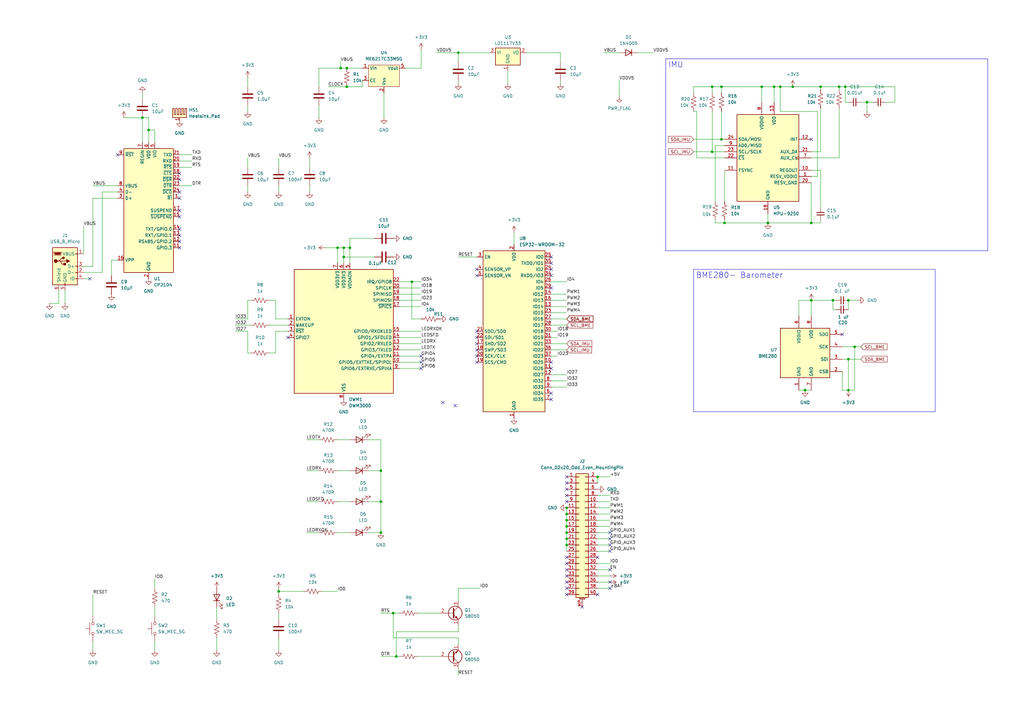
<source format=kicad_sch>
(kicad_sch (version 20250114) (generator "eeschema") (generator_version "9.0")
  (paper "A3")
  (lib_symbols
    (symbol "Connector:USB_B_Micro" (pin_names (offset 1.016))
      (property "Reference" "J" (at -5.08 11.43 0))
      (property "Value" "USB_B_Micro" (at -5.08 8.89 0))
      (symbol "USB_B_Micro_1_1"
        (pin passive line (at -2.54 -10.16 90) (length 2.54) (name "Shield") (number "6"))
        (pin power_out line (at 0 -10.16 90) (length 2.54) (name "GND") (number "5"))
        (pin power_out line (at 7.62 5.08 180) (length 2.54) (name "VBUS") (number "1"))
        (pin bidirectional line (at 7.62 0 180) (length 2.54) (name "D+") (number "3"))
        (pin bidirectional line (at 7.62 -2.54 180) (length 2.54) (name "D-") (number "2"))
        (pin passive line (at 7.62 -5.08 180) (length 2.54) (name "ID") (number "4"))
      )
    )
    (symbol "Connector_Generic_MountingPin:Conn_02x20_Odd_Even_MountingPin" (pin_names (offset 1.016) (hide yes))
      (property "Reference" "J" (at 1.27 25.4 0))
      (property "Value" "Conn_02x20_Odd_Even_MountingPin" (at 2.54 -27.94 0))
      (symbol "Conn_02x20_Odd_Even_MountingPin_1_1"
        (text "Mounting" (at 1.27 -27.051 0) (effects (font (size 0.381 0.381))))
        (pin passive line (at -5.08 22.86 0) (length 3.81) (name "Pin_1") (number "1"))
        (pin passive line (at -5.08 20.32 0) (length 3.81) (name "Pin_3") (number "3"))
        (pin passive line (at -5.08 17.78 0) (length 3.81) (name "Pin_5") (number "5"))
        (pin passive line (at -5.08 15.24 0) (length 3.81) (name "Pin_7") (number "7"))
        (pin passive line (at -5.08 12.7 0) (length 3.81) (name "Pin_9") (number "9"))
        (pin passive line (at -5.08 10.16 0) (length 3.81) (name "Pin_11") (number "11"))
        (pin passive line (at -5.08 7.62 0) (length 3.81) (name "Pin_13") (number "13"))
        (pin passive line (at -5.08 5.08 0) (length 3.81) (name "Pin_15") (number "15"))
        (pin passive line (at -5.08 2.54 0) (length 3.81) (name "Pin_17") (number "17"))
        (pin passive line (at -5.08 0 0) (length 3.81) (name "Pin_19") (number "19"))
        (pin passive line (at -5.08 -2.54 0) (length 3.81) (name "Pin_21") (number "21"))
        (pin passive line (at -5.08 -5.08 0) (length 3.81) (name "Pin_23") (number "23"))
        (pin passive line (at -5.08 -7.62 0) (length 3.81) (name "Pin_25") (number "25"))
        (pin passive line (at -5.08 -10.16 0) (length 3.81) (name "Pin_27") (number "27"))
        (pin passive line (at -5.08 -12.7 0) (length 3.81) (name "Pin_29") (number "29"))
        (pin passive line (at -5.08 -15.24 0) (length 3.81) (name "Pin_31") (number "31"))
        (pin passive line (at -5.08 -17.78 0) (length 3.81) (name "Pin_33") (number "33"))
        (pin passive line (at -5.08 -20.32 0) (length 3.81) (name "Pin_35") (number "35"))
        (pin passive line (at -5.08 -22.86 0) (length 3.81) (name "Pin_37") (number "37"))
        (pin passive line (at -5.08 -25.4 0) (length 3.81) (name "Pin_39") (number "39"))
        (pin passive line (at 1.27 -30.48 90) (length 3.048) (name "MountPin") (number "MP"))
        (pin passive line (at 7.62 22.86 180) (length 3.81) (name "Pin_2") (number "2"))
        (pin passive line (at 7.62 20.32 180) (length 3.81) (name "Pin_4") (number "4"))
        (pin passive line (at 7.62 17.78 180) (length 3.81) (name "Pin_6") (number "6"))
        (pin passive line (at 7.62 15.24 180) (length 3.81) (name "Pin_8") (number "8"))
        (pin passive line (at 7.62 12.7 180) (length 3.81) (name "Pin_10") (number "10"))
        (pin passive line (at 7.62 10.16 180) (length 3.81) (name "Pin_12") (number "12"))
        (pin passive line (at 7.62 7.62 180) (length 3.81) (name "Pin_14") (number "14"))
        (pin passive line (at 7.62 5.08 180) (length 3.81) (name "Pin_16") (number "16"))
        (pin passive line (at 7.62 2.54 180) (length 3.81) (name "Pin_18") (number "18"))
        (pin passive line (at 7.62 0 180) (length 3.81) (name "Pin_20") (number "20"))
        (pin passive line (at 7.62 -2.54 180) (length 3.81) (name "Pin_22") (number "22"))
        (pin passive line (at 7.62 -5.08 180) (length 3.81) (name "Pin_24") (number "24"))
        (pin passive line (at 7.62 -7.62 180) (length 3.81) (name "Pin_26") (number "26"))
        (pin passive line (at 7.62 -10.16 180) (length 3.81) (name "Pin_28") (number "28"))
        (pin passive line (at 7.62 -12.7 180) (length 3.81) (name "Pin_30") (number "30"))
        (pin passive line (at 7.62 -15.24 180) (length 3.81) (name "Pin_32") (number "32"))
        (pin passive line (at 7.62 -17.78 180) (length 3.81) (name "Pin_34") (number "34"))
        (pin passive line (at 7.62 -20.32 180) (length 3.81) (name "Pin_36") (number "36"))
        (pin passive line (at 7.62 -22.86 180) (length 3.81) (name "Pin_38") (number "38"))
        (pin passive line (at 7.62 -25.4 180) (length 3.81) (name "Pin_40") (number "40"))
      )
    )
    (symbol "Device:C" (pin_numbers (hide yes)) (pin_names (offset 0.254))
      (property "Reference" "C" (at 0.635 2.54 0))
      (property "Value" "C" (at 0.635 -2.54 0))
      (symbol "C_1_1"
        (pin passive line (at 0 3.81 270) (length 2.794) (name "~") (number "1"))
        (pin passive line (at 0 -3.81 90) (length 2.794) (name "~") (number "2"))
      )
    )
    (symbol "Device:C_Small" (pin_numbers (hide yes)) (pin_names (offset 0.254) (hide yes))
      (property "Reference" "C" (at 0.254 1.778 0))
      (property "Value" "C_Small" (at 0.254 -2.032 0))
      (symbol "C_Small_1_1"
        (pin passive line (at 0 2.54 270) (length 2.032) (name "~") (number "1"))
        (pin passive line (at 0 -2.54 90) (length 2.032) (name "~") (number "2"))
      )
    )
    (symbol "Device:LED" (pin_numbers (hide yes)) (pin_names (offset 1.016) (hide yes))
      (property "Reference" "D" (at 0 2.54 0))
      (property "Value" "LED" (at 0 -2.54 0))
      (symbol "LED_1_1"
        (pin passive line (at -3.81 0 0) (length 2.54) (name "K") (number "1"))
        (pin passive line (at 3.81 0 180) (length 2.54) (name "A") (number "2"))
      )
    )
    (symbol "Device:R_US" (pin_numbers (hide yes)) (pin_names (offset 0))
      (property "Reference" "R" (at 2.54 0 90))
      (property "Value" "R_US" (at -2.54 0 90))
      (symbol "R_US_1_1"
        (pin passive line (at 0 3.81 270) (length 1.27) (name "~") (number "1"))
        (pin passive line (at 0 -3.81 90) (length 1.27) (name "~") (number "2"))
      )
    )
    (symbol "Diode:1N4005" (pin_numbers (hide yes)) (pin_names (hide yes))
      (property "Reference" "D" (at 0 2.54 0))
      (property "Value" "1N4005" (at 0 -2.54 0))
      (symbol "1N4005_1_1"
        (pin passive line (at -3.81 0 0) (length 2.54) (name "K") (number "1"))
        (pin passive line (at 3.81 0 180) (length 2.54) (name "A") (number "2"))
      )
    )
    (symbol "Interface_USB:CP2104"
      (property "Reference" "U" (at -5.08 28.575 0))
      (property "Value" "CP2104" (at -5.08 26.67 0))
      (symbol "CP2104_1_1"
        (pin bidirectional line (at -12.7 22.86 0) (length 2.54) (name "~{RST}") (number "9"))
        (pin input line (at -12.7 10.16 0) (length 2.54) (name "VBUS") (number "8"))
        (pin bidirectional line (at -12.7 7.62 0) (length 2.54) (name "D-") (number "4"))
        (pin bidirectional line (at -12.7 5.08 0) (length 2.54) (name "D+") (number "3"))
        (pin passive line (at -12.7 -20.32 0) (length 2.54) (name "VPP") (number "16"))
        (pin power_in line (at -2.54 27.94 270) (length 2.54) (name "REGIN") (number "7"))
        (pin power_in line (at 0 27.94 270) (length 2.54) (name "VDD") (number "6"))
        (pin power_in line (at 0 -27.94 90) (length 2.54) (name "GND") (number "2"))
        (pin passive line (at 0 -27.94 90) (length 2.54) (hide yes) (name "GND") (number "25"))
        (pin power_in line (at 2.54 27.94 270) (length 2.54) (name "VIO") (number "5"))
        (pin no_connect line (at 10.16 -20.32 180) (length 2.54) (hide yes) (name "NC") (number "10"))
        (pin output line (at 12.7 22.86 180) (length 2.54) (name "TXD") (number "21"))
        (pin input line (at 12.7 20.32 180) (length 2.54) (name "RXD") (number "20"))
        (pin output line (at 12.7 17.78 180) (length 2.54) (name "~{RTS}") (number "19"))
        (pin input line (at 12.7 15.24 180) (length 2.54) (name "~{CTS}") (number "18"))
        (pin input line (at 12.7 12.7 180) (length 2.54) (name "~{DSR}") (number "22"))
        (pin output line (at 12.7 10.16 180) (length 2.54) (name "~{DTR}") (number "23"))
        (pin input line (at 12.7 7.62 180) (length 2.54) (name "~{DCD}") (number "24"))
        (pin input line (at 12.7 5.08 180) (length 2.54) (name "~{RI}") (number "1"))
        (pin output line (at 12.7 0 180) (length 2.54) (name "SUSPEND") (number "17"))
        (pin output line (at 12.7 -2.54 180) (length 2.54) (name "~{SUSPEND}") (number "15"))
        (pin bidirectional line (at 12.7 -7.62 180) (length 2.54) (name "TXT/GPIO.0") (number "14"))
        (pin bidirectional line (at 12.7 -10.16 180) (length 2.54) (name "RXT/GPIO.1") (number "13"))
        (pin bidirectional line (at 12.7 -12.7 180) (length 2.54) (name "RS485/GPIO.2") (number "12"))
        (pin bidirectional line (at 12.7 -15.24 180) (length 2.54) (name "GPIO.3") (number "11"))
      )
    )
    (symbol "Mechanical:Heatsink_Pad" (pin_names (offset 0))
      (property "Reference" "HS" (at 0 5.715 0))
      (property "Value" "Heatsink_Pad" (at 0 3.81 0))
      (symbol "Heatsink_Pad_1_1"
        (pin passive line (at 0 -2.54 90) (length 1.27) (name "~") (number "1"))
      )
    )
    (symbol "RF_Module:DWM3000"
      (property "Reference" "DWM" (at 7.62 25.4 0))
      (property "Value" "DWM3000" (at 1.27 3.81 0))
      (symbol "DWM3000_1_1"
        (pin output line (at -22.86 5.08 0) (length 2.54) (name "EXTON") (number "1"))
        (pin bidirectional line (at -22.86 2.54 0) (length 2.54) (name "WAKEUP") (number "2"))
        (pin bidirectional line (at -22.86 0 0) (length 2.54) (name "~{RST}") (number "3"))
        (pin bidirectional line (at -22.86 -2.54 0) (length 2.54) (name "GPIO7") (number "4"))
        (pin power_in line (at -2.54 27.94 270) (length 2.54) (name "VDD3V3") (number "7"))
        (pin power_in line (at 0 27.94 270) (length 2.54) (name "VDD3V3") (number "6"))
        (pin passive line (at 0 -27.94 90) (length 2.54) (hide yes) (name "VSS") (number "16"))
        (pin passive line (at 0 -27.94 90) (length 2.54) (hide yes) (name "VSS") (number "21"))
        (pin passive line (at 0 -27.94 90) (length 2.54) (hide yes) (name "VSS") (number "23"))
        (pin passive line (at 0 -27.94 90) (length 2.54) (hide yes) (name "VSS") (number "24"))
        (pin power_in line (at 0 -27.94 90) (length 2.54) (name "VSS") (number "8"))
        (pin power_in line (at 2.54 27.94 270) (length 2.54) (name "VDDAON") (number "5"))
        (pin bidirectional line (at 22.86 20.32 180) (length 2.54) (name "IRQ/GPIO8") (number "22"))
        (pin input line (at 22.86 17.78 180) (length 2.54) (name "SPICLK") (number "20"))
        (pin output line (at 22.86 15.24 180) (length 2.54) (name "SPIMISO") (number "19"))
        (pin input line (at 22.86 12.7 180) (length 2.54) (name "SPIMOSI") (number "18"))
        (pin input line (at 22.86 10.16 180) (length 2.54) (name "~{SPICS}") (number "17"))
        (pin bidirectional line (at 22.86 0 180) (length 2.54) (name "GPIO0/RXOKLED") (number "15"))
        (pin bidirectional line (at 22.86 -2.54 180) (length 2.54) (name "GPIO1/SFDLED") (number "14"))
        (pin bidirectional line (at 22.86 -5.08 180) (length 2.54) (name "GPIO2/RXLED") (number "13"))
        (pin bidirectional line (at 22.86 -7.62 180) (length 2.54) (name "GPIO3/TXLED") (number "12"))
        (pin bidirectional line (at 22.86 -10.16 180) (length 2.54) (name "GPIO4/EXTPA") (number "11"))
        (pin bidirectional line (at 22.86 -12.7 180) (length 2.54) (name "GPIO5/EXTTXE/SPIPOL") (number "10"))
        (pin bidirectional line (at 22.86 -15.24 180) (length 2.54) (name "GPIO6/EXTRXE/SPIHA") (number "9"))
      )
    )
    (symbol "RF_Module:ESP32-WROOM-32"
      (property "Reference" "U" (at -12.7 34.29 0))
      (property "Value" "ESP32-WROOM-32" (at 1.27 34.29 0))
      (symbol "ESP32-WROOM-32_1_1"
        (pin input line (at -15.24 30.48 0) (length 2.54) (name "EN") (number "3"))
        (pin input line (at -15.24 25.4 0) (length 2.54) (name "SENSOR_VP") (number "4"))
        (pin input line (at -15.24 22.86 0) (length 2.54) (name "SENSOR_VN") (number "5"))
        (pin bidirectional line (at -15.24 0 0) (length 2.54) (name "SDO/SD0") (number "21"))
        (pin bidirectional line (at -15.24 -2.54 0) (length 2.54) (name "SDI/SD1") (number "22"))
        (pin bidirectional line (at -15.24 -5.08 0) (length 2.54) (name "SHD/SD2") (number "17"))
        (pin bidirectional line (at -15.24 -7.62 0) (length 2.54) (name "SWP/SD3") (number "18"))
        (pin bidirectional line (at -15.24 -10.16 0) (length 2.54) (name "SCK/CLK") (number "20"))
        (pin bidirectional line (at -15.24 -12.7 0) (length 2.54) (name "SCS/CMD") (number "19"))
        (pin no_connect line (at -12.7 -27.94 0) (length 2.54) (hide yes) (name "NC") (number "32"))
        (pin power_in line (at 0 35.56 270) (length 2.54) (name "VDD") (number "2"))
        (pin power_in line (at 0 -35.56 90) (length 2.54) (name "GND") (number "1"))
        (pin passive line (at 0 -35.56 90) (length 2.54) (hide yes) (name "GND") (number "15"))
        (pin passive line (at 0 -35.56 90) (length 2.54) (hide yes) (name "GND") (number "38"))
        (pin passive line (at 0 -35.56 90) (length 2.54) (hide yes) (name "GND") (number "39"))
        (pin bidirectional line (at 15.24 30.48 180) (length 2.54) (name "IO0") (number "25"))
        (pin bidirectional line (at 15.24 27.94 180) (length 2.54) (name "TXD0/IO1") (number "35"))
        (pin bidirectional line (at 15.24 25.4 180) (length 2.54) (name "IO2") (number "24"))
        (pin bidirectional line (at 15.24 22.86 180) (length 2.54) (name "RXD0/IO3") (number "34"))
        (pin bidirectional line (at 15.24 20.32 180) (length 2.54) (name "IO4") (number "26"))
        (pin bidirectional line (at 15.24 17.78 180) (length 2.54) (name "IO5") (number "29"))
        (pin bidirectional line (at 15.24 15.24 180) (length 2.54) (name "IO12") (number "14"))
        (pin bidirectional line (at 15.24 12.7 180) (length 2.54) (name "IO13") (number "16"))
        (pin bidirectional line (at 15.24 10.16 180) (length 2.54) (name "IO14") (number "13"))
        (pin bidirectional line (at 15.24 7.62 180) (length 2.54) (name "IO15") (number "23"))
        (pin bidirectional line (at 15.24 5.08 180) (length 2.54) (name "IO16") (number "27"))
        (pin bidirectional line (at 15.24 2.54 180) (length 2.54) (name "IO17") (number "28"))
        (pin bidirectional line (at 15.24 0 180) (length 2.54) (name "IO18") (number "30"))
        (pin bidirectional line (at 15.24 -2.54 180) (length 2.54) (name "IO19") (number "31"))
        (pin bidirectional line (at 15.24 -5.08 180) (length 2.54) (name "IO21") (number "33"))
        (pin bidirectional line (at 15.24 -7.62 180) (length 2.54) (name "IO22") (number "36"))
        (pin bidirectional line (at 15.24 -10.16 180) (length 2.54) (name "IO23") (number "37"))
        (pin bidirectional line (at 15.24 -12.7 180) (length 2.54) (name "IO25") (number "10"))
        (pin bidirectional line (at 15.24 -15.24 180) (length 2.54) (name "IO26") (number "11"))
        (pin bidirectional line (at 15.24 -17.78 180) (length 2.54) (name "IO27") (number "12"))
        (pin bidirectional line (at 15.24 -20.32 180) (length 2.54) (name "IO32") (number "8"))
        (pin bidirectional line (at 15.24 -22.86 180) (length 2.54) (name "IO33") (number "9"))
        (pin input line (at 15.24 -25.4 180) (length 2.54) (name "IO34") (number "6"))
        (pin input line (at 15.24 -27.94 180) (length 2.54) (name "IO35") (number "7"))
      )
    )
    (symbol "Regulator_Linear:LD1117V33"
      (property "Reference" "U" (at -3.81 3.175 0))
      (property "Value" "LD1117V33" (at 0 3.175 0))
      (symbol "LD1117V33_1_1"
        (pin power_in line (at -7.62 0 0) (length 2.54) (name "VI") (number "3"))
        (pin power_in line (at 0 -7.62 90) (length 2.54) (name "GND") (number "1"))
        (pin power_out line (at 7.62 0 180) (length 2.54) (name "VO") (number "2"))
      )
    )
    (symbol "Sensor:BME280"
      (property "Reference" "U" (at -8.89 11.43 0))
      (property "Value" "BME280" (at 7.62 11.43 0))
      (symbol "BME280_1_1"
        (pin power_in line (at -2.54 15.24 270) (length 5.08) (name "VDDIO") (number "6"))
        (pin power_in line (at -2.54 -15.24 90) (length 5.08) (name "GND") (number "1"))
        (pin power_in line (at 2.54 15.24 270) (length 5.08) (name "VDD") (number "8"))
        (pin power_in line (at 2.54 -15.24 90) (length 5.08) (name "GND") (number "7"))
        (pin bidirectional line (at 15.24 7.62 180) (length 5.08) (name "SDO") (number "5"))
        (pin input line (at 15.24 2.54 180) (length 5.08) (name "SCK") (number "4"))
        (pin bidirectional line (at 15.24 -2.54 180) (length 5.08) (name "SDI") (number "3"))
        (pin input line (at 15.24 -7.62 180) (length 5.08) (name "CSB") (number "2"))
      )
    )
    (symbol "Sensor_Motion:MPU-9250"
      (property "Reference" "U" (at -11.43 19.05 0))
      (property "Value" "MPU-9250" (at 7.62 -19.05 0))
      (symbol "MPU-9250_1_1"
        (pin bidirectional line (at -17.78 7.62 0) (length 5.08) (name "SDA/MOSI") (number "24"))
        (pin bidirectional line (at -17.78 5.08 0) (length 5.08) (name "AD0/MISO") (number "9"))
        (pin input line (at -17.78 2.54 0) (length 5.08) (name "SCL/SCLK") (number "23"))
        (pin input line (at -17.78 0 0) (length 5.08) (name "~{CS}") (number "22"))
        (pin input line (at -17.78 -5.08 0) (length 5.08) (name "FSYNC") (number "11"))
        (pin power_in line (at -2.54 22.86 270) (length 5.08) (name "VDDIO") (number "8"))
        (pin power_in line (at 0 -22.86 90) (length 5.08) (name "GND") (number "18"))
        (pin power_in line (at 2.54 22.86 270) (length 5.08) (name "VDD") (number "13"))
        (pin output line (at 17.78 7.62 180) (length 5.08) (name "INT") (number "12"))
        (pin bidirectional line (at 17.78 2.54 180) (length 5.08) (name "AUX_DA") (number "21"))
        (pin output clock (at 17.78 0 180) (length 5.08) (name "AUX_CL") (number "7"))
        (pin passive line (at 17.78 -5.08 180) (length 5.08) (name "REGOUT") (number "10"))
        (pin input line (at 17.78 -7.62 180) (length 5.08) (name "RESV_VDDIO") (number "1"))
        (pin power_in line (at 17.78 -10.16 180) (length 5.08) (name "RESV_GND") (number "20"))
      )
    )
    (symbol "Switch:SW_MEC_5G" (pin_numbers (hide yes)) (pin_names (offset 1.016) (hide yes))
      (property "Reference" "SW" (at 1.27 2.54 0))
      (property "Value" "SW_MEC_5G" (at 0 -1.524 0))
      (symbol "SW_MEC_5G_0_1"
        (pin passive line (at -5.08 0 0) (length 2.54) (name "A") (number "1"))
        (pin passive line (at 5.08 0 180) (length 2.54) (name "B") (number "3"))
      )
      (symbol "SW_MEC_5G_1_1"
        (pin passive line (at -5.08 0 0) (length 2.54) (hide yes) (name "A") (number "2"))
        (pin passive line (at 5.08 0 180) (length 2.54) (hide yes) (name "B") (number "4"))
      )
    )
    (symbol "Transistor_BJT:S8050" (pin_names (offset 0) (hide yes))
      (property "Reference" "Q" (at 5.08 1.905 0))
      (property "Value" "S8050" (at 5.08 0 0))
      (symbol "S8050_1_1"
        (pin input line (at -5.08 0 0) (length 2.54) (name "B") (number "2"))
        (pin passive line (at 2.54 5.08 270) (length 2.54) (name "C") (number "3"))
        (pin passive line (at 2.54 -5.08 90) (length 2.54) (name "E") (number "1"))
      )
    )
    (symbol "dd:ME6217C33M5G"
      (property "Reference" "U" (at 0 5.08 0))
      (property "Value" "ME6217C33M5G" (at 8.89 -6.35 0))
      (symbol "ME6217C33M5G_1_1"
        (pin power_in line (at -8.89 2.54 0) (length 2.54) (name "Vin") (number "1"))
        (pin input line (at -8.89 -2.54 0) (length 2.54) (name "CE") (number "3"))
        (pin power_in line (at 0 -7.62 90) (length 2.54) (name "Vss") (number "2"))
        (pin power_out line (at 8.89 2.54 180) (length 2.54) (name "Vout") (number "5"))
        (pin no_connect line (at 8.89 -2.54 180) (length 2.54) (hide yes) (name "NC") (number "4"))
      )
    )
    (symbol "power:+3V3" (power) (pin_numbers (hide yes)) (pin_names (offset 0) (hide yes))
      (property "Value" "+3V3" (at 0 3.556 0))
      (symbol "+3V3_1_1"
        (pin power_in line (at 0 0 90) (length 0) (name "~") (number "1"))
      )
    )
    (symbol "power:+5V" (power) (pin_numbers (hide yes)) (pin_names (offset 0) (hide yes))
      (property "Value" "+5V" (at 0 3.556 0))
      (symbol "+5V_1_1"
        (pin power_in line (at 0 0 90) (length 0) (name "~") (number "1"))
      )
    )
    (symbol "power:GND" (power) (pin_numbers (hide yes)) (pin_names (offset 0) (hide yes))
      (property "Value" "GND" (at 0 -3.81 0))
      (symbol "GND_1_1"
        (pin power_in line (at 0 0 270) (length 0) (name "~") (number "1"))
      )
    )
    (symbol "power:PWR_FLAG" (power) (pin_numbers (hide yes)) (pin_names (offset 0) (hide yes))
      (property "Value" "PWR_FLAG" (at 0 3.81 0))
      (symbol "PWR_FLAG_0_0"
        (pin power_out line (at 0 0 90) (length 0) (name "~") (number "1"))
      )
    )
  )
  (text_box "BME280- Barometer" (at 284.48 110.49 0) (size 99.06 58.42) (margins 0.9525 0.9525 0.9525 0.9525) (effects (font (size 2.286 2.286)) (justify left top)))
  (text_box "IMU" (at 273.05 24.13 0) (size 132.08 78.74) (margins 0.9525 0.9525 0.9525 0.9525) (effects (font (size 2.286 2.286)) (justify left top)))
  (junction (at 232.41 208.28))
  (junction (at 161.29 251.46))
  (junction (at 336.55 35.56))
  (junction (at 232.41 210.82))
  (junction (at 325.12 35.56))
  (junction (at 58.42 48.26))
  (junction (at 320.04 35.56))
  (junction (at 140.97 105.41))
  (junction (at 140.97 101.6))
  (junction (at 347.98 147.32))
  (junction (at 330.2 160.02))
  (junction (at 232.41 218.44))
  (junction (at 142.24 27.94))
  (junction (at 156.21 205.74))
  (junction (at 245.11 195.58))
  (junction (at 347.98 160.02))
  (junction (at 60.96 53.34))
  (junction (at 232.41 215.9))
  (junction (at 341.63 123.19))
  (junction (at 344.17 35.56))
  (junction (at 156.21 193.04))
  (junction (at 332.74 123.19))
  (junction (at 332.74 91.44))
  (junction (at 355.6 41.91))
  (junction (at 139.7 27.94))
  (junction (at 346.71 35.56))
  (junction (at 142.24 35.56))
  (junction (at 162.56 269.24))
  (junction (at 295.91 57.15))
  (junction (at 347.98 123.19))
  (junction (at 317.5 35.56))
  (junction (at 350.52 142.24))
  (junction (at 187.96 21.59))
  (junction (at 232.41 213.36))
  (junction (at 114.3 242.57))
  (junction (at 314.96 91.44))
  (junction (at 232.41 223.52))
  (junction (at 138.43 101.6))
  (junction (at 292.1 35.56))
  (junction (at 292.1 62.23))
  (junction (at 295.91 35.56))
  (junction (at 312.42 35.56))
  (junction (at 156.21 218.44))
  (junction (at 168.91 115.57))
  (junction (at 232.41 220.98))
  (junction (at 143.51 101.6))
  (junction (at 297.18 91.44))
  (no_connect (at 186.69 166.37))
  (no_connect (at 172.72 146.05))
  (no_connect (at 232.41 205.74))
  (no_connect (at 250.19 220.98))
  (no_connect (at 73.66 86.36))
  (no_connect (at 73.66 81.28))
  (no_connect (at 73.66 88.9))
  (no_connect (at 232.41 228.6))
  (no_connect (at 195.58 110.49))
  (no_connect (at 226.06 163.83))
  (no_connect (at 250.19 223.52))
  (no_connect (at 226.06 148.59))
  (no_connect (at 195.58 148.59))
  (no_connect (at 195.58 140.97))
  (no_connect (at 181.61 165.1))
  (no_connect (at 73.66 73.66))
  (no_connect (at 226.06 113.03))
  (no_connect (at 232.41 236.22))
  (no_connect (at 73.66 71.12))
  (no_connect (at 250.19 226.06))
  (no_connect (at 232.41 243.84))
  (no_connect (at 245.11 243.84))
  (no_connect (at 232.41 198.12))
  (no_connect (at 226.06 105.41))
  (no_connect (at 332.74 57.15))
  (no_connect (at 238.76 248.92))
  (no_connect (at 118.11 138.43))
  (no_connect (at 232.41 195.58))
  (no_connect (at 232.41 233.68))
  (no_connect (at 73.66 78.74))
  (no_connect (at 48.26 63.5))
  (no_connect (at 226.06 118.11))
  (no_connect (at 195.58 113.03))
  (no_connect (at 250.19 218.44))
  (no_connect (at 226.06 110.49))
  (no_connect (at 172.72 151.13))
  (no_connect (at 250.19 241.3))
  (no_connect (at 226.06 161.29))
  (no_connect (at 245.11 228.6))
  (no_connect (at 232.41 203.2))
  (no_connect (at 226.06 151.13))
  (no_connect (at 73.66 99.06))
  (no_connect (at 195.58 143.51))
  (no_connect (at 73.66 96.52))
  (no_connect (at 73.66 93.98))
  (no_connect (at 232.41 238.76))
  (no_connect (at 250.19 238.76))
  (no_connect (at 345.44 137.16))
  (no_connect (at 232.41 231.14))
  (no_connect (at 250.19 233.68))
  (no_connect (at 195.58 146.05))
  (no_connect (at 195.58 138.43))
  (no_connect (at 195.58 135.89))
  (no_connect (at 172.72 148.59))
  (no_connect (at 232.41 241.3))
  (no_connect (at 36.83 114.3))
  (no_connect (at 73.66 101.6))
  (no_connect (at 232.41 200.66))
  (no_connect (at 226.06 107.95))
  (wire (pts (xy 355.6 41.91) (xy 358.14 41.91)))
  (wire (pts (xy 24.13 124.46) (xy 20.32 124.46)))
  (wire (pts (xy 345.44 160.02) (xy 347.98 160.02)))
  (wire (pts (xy 336.55 90.17) (xy 336.55 91.44)))
  (wire (pts (xy 250.19 215.9) (xy 245.11 215.9)))
  (wire (pts (xy 163.83 115.57) (xy 168.91 115.57)))
  (wire (pts (xy 232.41 218.44) (xy 232.41 220.98)))
  (wire (pts (xy 297.18 57.15) (xy 295.91 57.15)))
  (wire (pts (xy 142.24 27.94) (xy 148.59 27.94)))
  (wire (pts (xy 60.96 53.34) (xy 60.96 48.26)))
  (wire (pts (xy 88.9 248.92) (xy 88.9 254)))
  (wire (pts (xy 60.96 48.26) (xy 58.42 48.26)))
  (wire (pts (xy 45.72 106.68) (xy 45.72 113.03)))
  (wire (pts (xy 336.55 44.45) (xy 336.55 62.23)))
  (wire (pts (xy 208.28 29.21) (xy 208.28 34.29)))
  (wire (pts (xy 261.62 21.59) (xy 267.97 21.59)))
  (wire (pts (xy 114.3 261.62) (xy 114.3 266.7)))
  (wire (pts (xy 101.6 130.81) (xy 96.52 130.81)))
  (wire (pts (xy 138.43 101.6) (xy 138.43 107.95)))
  (wire (pts (xy 34.29 92.71) (xy 34.29 104.14)))
  (wire (pts (xy 346.71 35.56) (xy 346.71 41.91)))
  (wire (pts (xy 347.98 160.02) (xy 350.52 160.02)))
  (wire (pts (xy 101.6 135.89) (xy 96.52 135.89)))
  (wire (pts (xy 101.6 76.2) (xy 101.6 78.74)))
  (wire (pts (xy 168.91 115.57) (xy 168.91 130.81)))
  (wire (pts (xy 232.41 208.28) (xy 232.41 210.82)))
  (wire (pts (xy 317.5 35.56) (xy 320.04 35.56)))
  (wire (pts (xy 312.42 35.56) (xy 317.5 35.56)))
  (wire (pts (xy 292.1 35.56) (xy 292.1 38.1)))
  (wire (pts (xy 134.62 35.56) (xy 142.24 35.56)))
  (wire (pts (xy 101.6 31.75) (xy 101.6 35.56)))
  (wire (pts (xy 34.29 109.22) (xy 38.1 109.22)))
  (wire (pts (xy 63.5 53.34) (xy 60.96 53.34)))
  (wire (pts (xy 34.29 114.3) (xy 36.83 114.3)))
  (wire (pts (xy 73.66 66.04) (xy 78.74 66.04)))
  (wire (pts (xy 163.83 143.51) (xy 172.72 143.51)))
  (wire (pts (xy 41.91 78.74) (xy 48.26 78.74)))
  (wire (pts (xy 163.83 120.65) (xy 172.72 120.65)))
  (wire (pts (xy 73.66 68.58) (xy 78.74 68.58)))
  (wire (pts (xy 355.6 41.91) (xy 355.6 45.72)))
  (wire (pts (xy 151.13 180.34) (xy 156.21 180.34)))
  (wire (pts (xy 285.75 45.72) (xy 284.48 45.72)))
  (wire (pts (xy 341.63 123.19) (xy 342.9 123.19)))
  (wire (pts (xy 168.91 130.81) (xy 172.72 130.81)))
  (wire (pts (xy 50.8 48.26) (xy 58.42 48.26)))
  (wire (pts (xy 228.6 135.89) (xy 226.06 135.89)))
  (wire (pts (xy 187.96 105.41) (xy 195.58 105.41)))
  (wire (pts (xy 38.1 81.28) (xy 48.26 81.28)))
  (wire (pts (xy 179.07 21.59) (xy 187.96 21.59)))
  (wire (pts (xy 215.9 21.59) (xy 229.87 21.59)))
  (wire (pts (xy 347.98 147.32) (xy 353.06 147.32)))
  (wire (pts (xy 344.17 35.56) (xy 344.17 36.83)))
  (wire (pts (xy 138.43 205.74) (xy 143.51 205.74)))
  (wire (pts (xy 140.97 101.6) (xy 143.51 101.6)))
  (wire (pts (xy 336.55 35.56) (xy 344.17 35.56)))
  (wire (pts (xy 163.83 146.05) (xy 172.72 146.05)))
  (wire (pts (xy 101.6 43.18) (xy 101.6 45.72)))
  (wire (pts (xy 156.21 205.74) (xy 156.21 218.44)))
  (wire (pts (xy 347.98 123.19) (xy 351.79 123.19)))
  (wire (pts (xy 140.97 105.41) (xy 140.97 107.95)))
  (wire (pts (xy 346.71 35.56) (xy 367.03 35.56)))
  (wire (pts (xy 113.03 144.78) (xy 113.03 135.89)))
  (wire (pts (xy 312.42 41.91) (xy 312.42 35.56)))
  (wire (pts (xy 353.06 41.91) (xy 355.6 41.91)))
  (wire (pts (xy 344.17 64.77) (xy 344.17 44.45)))
  (wire (pts (xy 163.83 138.43) (xy 172.72 138.43)))
  (wire (pts (xy 187.96 33.02) (xy 187.96 34.29)))
  (wire (pts (xy 26.67 124.46) (xy 26.67 119.38)))
  (wire (pts (xy 232.41 215.9) (xy 232.41 218.44)))
  (wire (pts (xy 88.9 261.62) (xy 88.9 266.7)))
  (wire (pts (xy 162.56 269.24) (xy 163.83 269.24)))
  (wire (pts (xy 125.73 193.04) (xy 130.81 193.04)))
  (wire (pts (xy 232.41 153.67) (xy 226.06 153.67)))
  (wire (pts (xy 187.96 246.38) (xy 187.96 241.3)))
  (wire (pts (xy 187.96 261.62) (xy 161.29 261.62)))
  (wire (pts (xy 38.1 243.84) (xy 38.1 252.73)))
  (wire (pts (xy 285.75 45.72) (xy 285.75 64.77)))
  (wire (pts (xy 284.48 35.56) (xy 292.1 35.56)))
  (wire (pts (xy 114.3 242.57) (xy 114.3 243.84)))
  (wire (pts (xy 130.81 27.94) (xy 139.7 27.94)))
  (wire (pts (xy 344.17 35.56) (xy 346.71 35.56)))
  (wire (pts (xy 113.03 135.89) (xy 118.11 135.89)))
  (wire (pts (xy 250.19 213.36) (xy 245.11 213.36)))
  (wire (pts (xy 210.82 95.25) (xy 210.82 100.33)))
  (wire (pts (xy 341.63 127) (xy 342.9 127)))
  (wire (pts (xy 101.6 123.19) (xy 102.87 123.19)))
  (wire (pts (xy 325.12 35.56) (xy 336.55 35.56)))
  (wire (pts (xy 151.13 218.44) (xy 156.21 218.44)))
  (wire (pts (xy 327.66 129.54) (xy 327.66 123.19)))
  (wire (pts (xy 250.19 238.76) (xy 245.11 238.76)))
  (wire (pts (xy 232.41 115.57) (xy 226.06 115.57)))
  (wire (pts (xy 138.43 218.44) (xy 143.51 218.44)))
  (wire (pts (xy 63.5 237.49) (xy 63.5 241.3)))
  (wire (pts (xy 250.19 241.3) (xy 245.11 241.3)))
  (wire (pts (xy 232.41 223.52) (xy 232.41 226.06)))
  (wire (pts (xy 114.3 242.57) (xy 124.46 242.57)))
  (wire (pts (xy 45.72 106.68) (xy 48.26 106.68)))
  (wire (pts (xy 250.19 220.98) (xy 245.11 220.98)))
  (wire (pts (xy 130.81 27.94) (xy 130.81 35.56)))
  (wire (pts (xy 250.19 223.52) (xy 245.11 223.52)))
  (wire (pts (xy 320.04 45.72) (xy 320.04 35.56)))
  (wire (pts (xy 229.87 21.59) (xy 229.87 25.4)))
  (wire (pts (xy 335.28 45.72) (xy 320.04 45.72)))
  (wire (pts (xy 335.28 72.39) (xy 335.28 45.72)))
  (wire (pts (xy 138.43 180.34) (xy 143.51 180.34)))
  (wire (pts (xy 132.08 242.57) (xy 138.43 242.57)))
  (wire (pts (xy 232.41 123.19) (xy 226.06 123.19)))
  (wire (pts (xy 139.7 27.94) (xy 142.24 27.94)))
  (wire (pts (xy 101.6 144.78) (xy 101.6 135.89)))
  (wire (pts (xy 156.21 193.04) (xy 156.21 205.74)))
  (wire (pts (xy 350.52 142.24) (xy 350.52 160.02)))
  (wire (pts (xy 73.66 76.2) (xy 78.74 76.2)))
  (wire (pts (xy 284.48 62.23) (xy 292.1 62.23)))
  (wire (pts (xy 161.29 251.46) (xy 163.83 251.46)))
  (wire (pts (xy 292.1 35.56) (xy 295.91 35.56)))
  (wire (pts (xy 101.6 144.78) (xy 102.87 144.78)))
  (wire (pts (xy 187.96 274.32) (xy 187.96 276.86)))
  (wire (pts (xy 110.49 144.78) (xy 113.03 144.78)))
  (wire (pts (xy 96.52 133.35) (xy 102.87 133.35)))
  (wire (pts (xy 295.91 45.72) (xy 295.91 57.15)))
  (wire (pts (xy 151.13 205.74) (xy 156.21 205.74)))
  (wire (pts (xy 139.7 25.4) (xy 139.7 27.94)))
  (wire (pts (xy 156.21 180.34) (xy 156.21 193.04)))
  (wire (pts (xy 125.73 180.34) (xy 130.81 180.34)))
  (wire (pts (xy 163.83 135.89) (xy 172.72 135.89)))
  (wire (pts (xy 114.3 241.3) (xy 114.3 242.57)))
  (wire (pts (xy 156.21 269.24) (xy 162.56 269.24)))
  (wire (pts (xy 63.5 248.92) (xy 63.5 252.73)))
  (wire (pts (xy 163.83 140.97) (xy 172.72 140.97)))
  (wire (pts (xy 187.96 25.4) (xy 187.96 21.59)))
  (wire (pts (xy 110.49 123.19) (xy 113.03 123.19)))
  (wire (pts (xy 187.96 264.16) (xy 187.96 261.62)))
  (wire (pts (xy 187.96 21.59) (xy 200.66 21.59)))
  (wire (pts (xy 350.52 142.24) (xy 353.06 142.24)))
  (wire (pts (xy 163.83 118.11) (xy 172.72 118.11)))
  (wire (pts (xy 101.6 64.77) (xy 101.6 68.58)))
  (wire (pts (xy 232.41 210.82) (xy 232.41 213.36)))
  (wire (pts (xy 226.06 133.35) (xy 232.41 133.35)))
  (wire (pts (xy 330.2 160.02) (xy 332.74 160.02)))
  (wire (pts (xy 314.96 87.63) (xy 314.96 91.44)))
  (wire (pts (xy 232.41 120.65) (xy 226.06 120.65)))
  (wire (pts (xy 232.41 140.97) (xy 226.06 140.97)))
  (wire (pts (xy 101.6 123.19) (xy 101.6 130.81)))
  (wire (pts (xy 332.74 62.23) (xy 336.55 62.23)))
  (wire (pts (xy 171.45 269.24) (xy 180.34 269.24)))
  (wire (pts (xy 292.1 45.72) (xy 292.1 62.23)))
  (wire (pts (xy 345.44 152.4) (xy 345.44 160.02)))
  (wire (pts (xy 142.24 35.56) (xy 148.59 35.56)))
  (wire (pts (xy 293.37 59.69) (xy 293.37 82.55)))
  (wire (pts (xy 138.43 193.04) (xy 143.51 193.04)))
  (wire (pts (xy 143.51 97.79) (xy 153.67 97.79)))
  (wire (pts (xy 113.03 130.81) (xy 118.11 130.81)))
  (wire (pts (xy 143.51 101.6) (xy 143.51 107.95)))
  (wire (pts (xy 245.11 198.12) (xy 245.11 195.58)))
  (wire (pts (xy 332.74 64.77) (xy 344.17 64.77)))
  (wire (pts (xy 293.37 90.17) (xy 293.37 91.44)))
  (wire (pts (xy 232.41 156.21) (xy 226.06 156.21)))
  (wire (pts (xy 151.13 193.04) (xy 156.21 193.04)))
  (wire (pts (xy 157.48 38.1) (xy 157.48 48.26)))
  (wire (pts (xy 297.18 62.23) (xy 292.1 62.23)))
  (wire (pts (xy 285.75 64.77) (xy 297.18 64.77)))
  (wire (pts (xy 254 33.02) (xy 254 39.37)))
  (wire (pts (xy 228.6 138.43) (xy 226.06 138.43)))
  (wire (pts (xy 232.41 220.98) (xy 232.41 223.52)))
  (wire (pts (xy 60.96 58.42) (xy 60.96 53.34)))
  (wire (pts (xy 138.43 101.6) (xy 140.97 101.6)))
  (wire (pts (xy 336.55 69.85) (xy 336.55 85.09)))
  (wire (pts (xy 327.66 160.02) (xy 330.2 160.02)))
  (wire (pts (xy 250.19 233.68) (xy 245.11 233.68)))
  (wire (pts (xy 110.49 133.35) (xy 118.11 133.35)))
  (wire (pts (xy 345.44 147.32) (xy 347.98 147.32)))
  (wire (pts (xy 162.56 259.08) (xy 162.56 269.24)))
  (wire (pts (xy 317.5 35.56) (xy 317.5 41.91)))
  (wire (pts (xy 226.06 130.81) (xy 232.41 130.81)))
  (wire (pts (xy 347.98 127) (xy 347.98 123.19)))
  (wire (pts (xy 250.19 231.14) (xy 245.11 231.14)))
  (wire (pts (xy 38.1 262.89) (xy 38.1 266.7)))
  (wire (pts (xy 34.29 111.76) (xy 41.91 111.76)))
  (wire (pts (xy 347.98 147.32) (xy 347.98 160.02)))
  (wire (pts (xy 332.74 74.93) (xy 332.74 91.44)))
  (wire (pts (xy 247.65 21.59) (xy 254 21.59)))
  (wire (pts (xy 250.19 210.82) (xy 245.11 210.82)))
  (wire (pts (xy 327.66 123.19) (xy 332.74 123.19)))
  (wire (pts (xy 228.6 146.05) (xy 226.06 146.05)))
  (wire (pts (xy 163.83 125.73) (xy 172.72 125.73)))
  (wire (pts (xy 363.22 41.91) (xy 367.03 41.91)))
  (wire (pts (xy 114.3 64.77) (xy 114.3 68.58)))
  (wire (pts (xy 163.83 151.13) (xy 172.72 151.13)))
  (wire (pts (xy 73.66 63.5) (xy 78.74 63.5)))
  (wire (pts (xy 125.73 205.74) (xy 130.81 205.74)))
  (wire (pts (xy 297.18 69.85) (xy 297.18 82.55)))
  (wire (pts (xy 232.41 128.27) (xy 226.06 128.27)))
  (wire (pts (xy 314.96 91.44) (xy 332.74 91.44)))
  (wire (pts (xy 250.19 236.22) (xy 245.11 236.22)))
  (wire (pts (xy 58.42 38.1) (xy 58.42 40.64)))
  (wire (pts (xy 250.19 205.74) (xy 245.11 205.74)))
  (wire (pts (xy 226.06 143.51) (xy 232.41 143.51)))
  (wire (pts (xy 187.96 259.08) (xy 162.56 259.08)))
  (wire (pts (xy 41.91 111.76) (xy 41.91 78.74)))
  (wire (pts (xy 63.5 58.42) (xy 63.5 53.34)))
  (wire (pts (xy 250.19 208.28) (xy 245.11 208.28)))
  (wire (pts (xy 341.63 123.19) (xy 341.63 127)))
  (wire (pts (xy 63.5 262.89) (xy 63.5 266.7)))
  (wire (pts (xy 232.41 125.73) (xy 226.06 125.73)))
  (wire (pts (xy 297.18 91.44) (xy 314.96 91.44)))
  (wire (pts (xy 114.3 251.46) (xy 114.3 254)))
  (wire (pts (xy 140.97 105.41) (xy 153.67 105.41)))
  (wire (pts (xy 345.44 142.24) (xy 350.52 142.24)))
  (wire (pts (xy 284.48 57.15) (xy 295.91 57.15)))
  (wire (pts (xy 297.18 59.69) (xy 293.37 59.69)))
  (wire (pts (xy 38.1 109.22) (xy 38.1 81.28)))
  (wire (pts (xy 295.91 35.56) (xy 295.91 38.1)))
  (wire (pts (xy 163.83 148.59) (xy 172.72 148.59)))
  (wire (pts (xy 171.45 251.46) (xy 180.34 251.46)))
  (wire (pts (xy 293.37 91.44) (xy 297.18 91.44)))
  (wire (pts (xy 336.55 35.56) (xy 336.55 36.83)))
  (wire (pts (xy 156.21 251.46) (xy 161.29 251.46)))
  (wire (pts (xy 250.19 218.44) (xy 245.11 218.44)))
  (wire (pts (xy 232.41 158.75) (xy 226.06 158.75)))
  (wire (pts (xy 284.48 35.56) (xy 284.48 38.1)))
  (wire (pts (xy 295.91 35.56) (xy 312.42 35.56)))
  (wire (pts (xy 172.72 20.32) (xy 172.72 27.94)))
  (wire (pts (xy 143.51 97.79) (xy 143.51 101.6)))
  (wire (pts (xy 250.19 226.06) (xy 245.11 226.06)))
  (wire (pts (xy 127 64.77) (xy 127 68.58)))
  (wire (pts (xy 130.81 48.26) (xy 130.81 43.18)))
  (wire (pts (xy 140.97 101.6) (xy 140.97 105.41)))
  (wire (pts (xy 58.42 48.26) (xy 58.42 58.42)))
  (wire (pts (xy 367.03 41.91) (xy 367.03 35.56)))
  (wire (pts (xy 245.11 195.58) (xy 250.19 195.58)))
  (wire (pts (xy 187.96 241.3) (xy 196.85 241.3)))
  (wire (pts (xy 166.37 27.94) (xy 172.72 27.94)))
  (wire (pts (xy 332.74 123.19) (xy 332.74 129.54)))
  (wire (pts (xy 297.18 90.17) (xy 297.18 91.44)))
  (wire (pts (xy 125.73 218.44) (xy 130.81 218.44)))
  (wire (pts (xy 24.13 119.38) (xy 24.13 124.46)))
  (wire (pts (xy 332.74 123.19) (xy 341.63 123.19)))
  (wire (pts (xy 250.19 203.2) (xy 245.11 203.2)))
  (wire (pts (xy 114.3 76.2) (xy 114.3 78.74)))
  (wire (pts (xy 332.74 69.85) (xy 336.55 69.85)))
  (wire (pts (xy 161.29 261.62) (xy 161.29 251.46)))
  (wire (pts (xy 232.41 213.36) (xy 232.41 215.9)))
  (wire (pts (xy 320.04 35.56) (xy 325.12 35.56)))
  (wire (pts (xy 163.83 123.19) (xy 172.72 123.19)))
  (wire (pts (xy 187.96 259.08) (xy 187.96 256.54)))
  (wire (pts (xy 332.74 72.39) (xy 335.28 72.39)))
  (wire (pts (xy 148.59 33.02) (xy 148.59 35.56)))
  (wire (pts (xy 332.74 91.44) (xy 336.55 91.44)))
  (wire (pts (xy 229.87 33.02) (xy 229.87 34.29)))
  (wire (pts (xy 127 76.2) (xy 127 78.74)))
  (wire (pts (xy 38.1 76.2) (xy 48.26 76.2)))
  (wire (pts (xy 133.35 101.6) (xy 138.43 101.6)))
  (wire (pts (xy 168.91 115.57) (xy 172.72 115.57)))
  (wire (pts (xy 113.03 123.19) (xy 113.03 130.81)))
  (wire (pts (xy 346.71 41.91) (xy 347.98 41.91)))
  (label "IO19" (at 172.72 120.65 0))
  (label "PWM2" (at 232.41 123.19 0))
  (label "VDDV5" (at 267.97 21.59 0))
  (label "PWM4" (at 232.41 128.27 0))
  (label "IO23" (at 228.6 146.05 0))
  (label "VDDV5" (at 179.07 21.59 0))
  (label "" (at 172.72 120.65 0))
  (label "GPIO5" (at 172.72 148.59 0))
  (label "EN" (at 250.19 233.68 0))
  (label "RESET" (at 38.1 243.84 0))
  (label "GPIO_AUX3" (at 250.19 223.52 0))
  (label "PWM1" (at 250.19 208.28 0))
  (label "VBUS" (at 38.1 76.2 0))
  (label "RTS" (at 156.21 251.46 0))
  (label "IO18" (at 172.72 118.11 0))
  (label "RXD" (at 250.19 203.2 0))
  (label "IO32" (at 232.41 156.21 0))
  (label "IO27" (at 232.41 153.67 0))
  (label "LEDRX" (at 172.72 140.97 0))
  (label "VBUS" (at 34.29 92.71 0))
  (label "IO27" (at 96.52 135.89 0))
  (label "LEDRX" (at 125.73 193.04 0))
  (label "PWM1" (at 232.41 120.65 0))
  (label "DTR" (at 156.21 269.24 0))
  (label "IO34" (at 172.72 115.57 0))
  (label "GPIO4" (at 172.72 146.05 0))
  (label "+BAT" (at 250.19 241.3 0))
  (label "IO0" (at 250.19 231.14 0))
  (label "IO32" (at 96.52 133.35 0))
  (label "VBUS" (at 114.3 64.77 0))
  (label "PWM3" (at 250.19 213.36 0))
  (label "VBUS" (at 247.65 21.59 0))
  (label "GPIO_AUX1" (at 250.19 218.44 0))
  (label "IO19" (at 228.6 138.43 0))
  (label "VDDV5" (at 254 33.02 0))
  (label "IO0" (at 138.43 242.57 0))
  (label "IO23" (at 172.72 123.19 0))
  (label "IO0" (at 63.5 237.49 0))
  (label "GPIO6" (at 172.72 151.13 0))
  (label "LEDTX" (at 125.73 180.34 0))
  (label "IO4" (at 232.41 115.57 0))
  (label "TXD" (at 78.74 63.5 0))
  (label "VBUS" (at 101.6 64.77 0))
  (label "IO18" (at 228.6 135.89 0))
  (label "+5V" (at 250.19 195.58 0))
  (label "PWM2" (at 250.19 210.82 0))
  (label "DTR" (at 78.74 76.2 0))
  (label "RXD" (at 78.74 66.04 0))
  (label "PWM3" (at 232.41 125.73 0))
  (label "IO33" (at 232.41 158.75 0))
  (label "IO0" (at 196.85 241.3 0))
  (label "LEDRXOK" (at 172.72 135.89 0))
  (label "VBUS" (at 139.7 25.4 0))
  (label "GPIO_AUX4" (at 250.19 226.06 0))
  (label "GPIO_AUX2" (at 250.19 220.98 0))
  (label "LEDRXOK" (at 125.73 218.44 0))
  (label "PWM4" (at 250.19 215.9 0))
  (label "IO4" (at 172.72 125.73 0))
  (label "TXD" (at 250.19 205.74 0))
  (label "RESET" (at 187.96 276.86 0))
  (label "LEDSFD" (at 172.72 138.43 0))
  (label "RTS" (at 78.74 68.58 0))
  (label "LEDSFD" (at 125.73 205.74 0))
  (label "CLOCK" (at 134.62 35.56 0))
  (label "RESET" (at 187.96 105.41 0))
  (label "LEDTX" (at 172.72 143.51 0))
  (label "IO33" (at 96.52 130.81 0))
  (global_label "SCL_IMU" (shape input) (at 284.48 62.23 180) (property "Intersheetrefs" "${INTERSHEET_REFS}" (effects (hide yes))))
  (global_label "SDA_IMU" (shape input) (at 232.41 140.97 0) (property "Intersheetrefs" "${INTERSHEET_REFS}" (effects (hide yes))))
  (global_label "SDA_IMU" (shape input) (at 284.48 57.15 180) (property "Intersheetrefs" "${INTERSHEET_REFS}" (effects (hide yes))))
  (global_label "SDA_BME" (shape input) (at 232.41 130.81 0) (property "Intersheetrefs" "${INTERSHEET_REFS}" (effects (hide yes))))
  (global_label "SCL_BME" (shape input) (at 232.41 133.35 0) (property "Intersheetrefs" "${INTERSHEET_REFS}" (effects (hide yes))))
  (global_label "SDA_BME" (shape input) (at 353.06 147.32 0) (property "Intersheetrefs" "${INTERSHEET_REFS}" (effects (hide yes))))
  (global_label "SCL_BME" (shape input) (at 353.06 142.24 0) (property "Intersheetrefs" "${INTERSHEET_REFS}" (effects (hide yes))))
  (global_label "SDA_BME" (shape input) (at 232.41 130.81 0) (property "Intersheetrefs" "${INTERSHEET_REFS}" (effects (hide yes))))
  (global_label "SCL_IMU" (shape input) (at 232.41 143.51 0) (property "Intersheetrefs" "${INTERSHEET_REFS}" (effects (hide yes))))
  (symbol (lib_id "power:GND") (at 330.2 160.02 0) (unit 1)
    (property "Reference" "#PWR038" (effects (hide yes)))
    (property "Value" "GND" (at 330.2 165.1 0))
    (property "Description" "Power symbol creates a global label with name \"GND\" , ground" (effects (hide yes)))
  )
  (symbol (lib_id "power:GND") (at 161.29 105.41 90) (unit 1)
    (property "Reference" "#PWR035" (effects (hide yes)))
    (property "Value" "GND" (at 165.1 105.4099 90) (effects (justify right)))
    (property "Description" "Power symbol creates a global label with name \"GND\" , ground" (effects (hide yes)))
  )
  (symbol (lib_id "power:GND") (at 130.81 48.26 0) (unit 1)
    (property "Reference" "#PWR012" (effects (hide yes)))
    (property "Value" "GND" (at 130.81 53.34 0))
    (property "Description" "Power symbol creates a global label with name \"GND\" , ground" (effects (hide yes)))
  )
  (symbol (lib_id "Mechanical:Heatsink_Pad") (at 73.66 46.99 0) (unit 1)
    (property "Reference" "HS1" (at 77.47 45.0849 0) (effects (justify left)))
    (property "Value" "Heatsink_Pad" (at 77.47 47.6249 0) (effects (justify left)))
    (property "Footprint" "Sensors:QFN24_4MM_SMSC" (effects (hide yes)))
    (property "Description" "Heatsink with electrical connection, 1 pin" (effects (hide yes)))
  )
  (symbol (lib_id "power:+3V3") (at 325.12 35.56 0) (unit 1)
    (property "Reference" "#PWR040" (effects (hide yes)))
    (property "Value" "+3V3" (at 325.12 30.48 0))
    (property "Description" "Power symbol creates a global label with name \"+3V3\"" (effects (hide yes)))
  )
  (symbol (lib_id "Device:LED") (at 147.32 205.74 180) (unit 1)
    (property "Reference" "D5" (at 148.9075 198.12 0))
    (property "Value" "LED" (at 148.9075 200.66 0))
    (property "Footprint" "Sensors:CHIPLED_0805_NOOUTLINE" (effects (hide yes)))
    (property "Description" "Light emitting diode" (effects (hide yes)))
    (property "Sim.Pins" "1=K 2=A" (effects (hide yes)))
  )
  (symbol (lib_id "power:+3V3") (at 50.8 48.26 0) (unit 1)
    (property "Reference" "#PWR06" (effects (hide yes)))
    (property "Value" "+3V3" (at 50.8 43.18 0))
    (property "Description" "Power symbol creates a global label with name \"+3V3\"" (effects (hide yes)))
  )
  (symbol (lib_id "power:+3V3") (at 347.98 160.02 180) (unit 1)
    (property "Reference" "#PWR039" (effects (hide yes)))
    (property "Value" "+3V3" (at 347.98 165.1 0))
    (property "Description" "Power symbol creates a global label with name \"+3V3\"" (effects (hide yes)))
  )
  (symbol (lib_id "Device:C") (at 114.3 72.39 0) (unit 1)
    (property "Reference" "C7" (at 118.11 71.1199 0) (effects (justify left)))
    (property "Value" "100nF" (at 118.11 73.6599 0) (effects (justify left)))
    (property "Footprint" "Sensors:C0603" (effects (hide yes)))
    (property "Description" "Unpolarized capacitor" (effects (hide yes)))
  )
  (symbol (lib_id "power:GND") (at 314.96 91.44 0) (unit 1)
    (property "Reference" "#PWR0102" (effects (hide yes)))
    (property "Value" "GND" (at 314.96 96.52 0))
    (property "Description" "Power symbol creates a global label with name \"GND\" , ground" (effects (hide yes)))
  )
  (symbol (lib_id "power:+3V3") (at 133.35 101.6 90) (unit 1)
    (property "Reference" "#PWR033" (effects (hide yes)))
    (property "Value" "+3V3" (at 129.54 101.5999 90) (effects (justify left)))
    (property "Description" "Power symbol creates a global label with name \"+3V3\"" (effects (hide yes)))
  )
  (symbol (lib_id "power:GND") (at 58.42 38.1 180) (unit 1)
    (property "Reference" "#PWR04" (effects (hide yes)))
    (property "Value" "GND" (at 58.42 33.02 0))
    (property "Description" "Power symbol creates a global label with name \"GND\" , ground" (effects (hide yes)))
  )
  (symbol (lib_id "Device:R_US") (at 295.91 41.91 0) (unit 1)
    (property "Reference" "R16" (at 298.45 39.3699 0) (effects (justify left)))
    (property "Value" "10k" (at 298.45 41.9099 0) (effects (justify left)))
    (property "Footprint" "Sensors:0603" (effects (hide yes)))
    (property "Description" "Resistor, US symbol" (effects (hide yes)))
  )
  (symbol (lib_id "Interface_USB:CP2104") (at 60.96 86.36 0) (unit 1)
    (property "Reference" "U1" (at 63.1033 114.3 0) (effects (justify left)))
    (property "Value" "CP2104" (at 63.1033 116.84 0) (effects (justify left)))
    (property "Footprint" "Package_DFN_QFN:QFN-24-1EP_4x4mm_P0.5mm_EP2.6x2.6mm" (effects (hide yes)))
    (property "Datasheet" "https://www.silabs.com/documents/public/data-sheets/cp2104.pdf" (effects (hide yes)))
    (property "Description" "Single-Chip USB-to-UART Bridge, USB 2.0 Full-Speed, 2Mbps UART, QFN-24" (effects (hide yes)))
  )
  (symbol (lib_id "Device:R_US") (at 88.9 257.81 0) (unit 1)
    (property "Reference" "R3" (at 91.44 256.5399 0) (effects (justify left)))
    (property "Value" "470" (at 91.44 259.0799 0) (effects (justify left)))
    (property "Footprint" "Sensors:0603" (effects (hide yes)))
    (property "Description" "Resistor, US symbol" (effects (hide yes)))
  )
  (symbol (lib_id "Sensor_Motion:MPU-9250") (at 314.96 64.77 0) (unit 1)
    (property "Reference" "U5" (at 317.1033 85.09 0) (effects (justify left)))
    (property "Value" "MPU-9250" (at 317.1033 87.63 0) (effects (justify left)))
    (property "Footprint" "Sensor_Motion:InvenSense_QFN-24_3x3mm_P0.4mm" (effects (hide yes)))
    (property "Datasheet" "https://invensense.tdk.com/wp-content/uploads/2015/02/PS-MPU-9250A-01-v1.1.pdf" (effects (hide yes)))
    (property "Description" "InvenSense 9-Axis Motion Sensor, Accelerometer, Gyroscope, Compass, I2C/SPI" (effects (hide yes)))
  )
  (symbol (lib_id "power:GND") (at 114.3 78.74 0) (unit 1)
    (property "Reference" "#PWR019" (effects (hide yes)))
    (property "Value" "GND" (at 114.3 83.82 0))
    (property "Description" "Power symbol creates a global label with name \"GND\" , ground" (effects (hide yes)))
  )
  (symbol (lib_id "Device:R_US") (at 284.48 41.91 180) (unit 1)
    (property "Reference" "R20" (at 279.146 40.64 0) (effects (justify right)))
    (property "Value" "10k" (at 278.892 43.18 0) (effects (justify right)))
    (property "Footprint" "Sensors:0603" (effects (hide yes)))
    (property "Description" "Resistor, US symbol" (effects (hide yes)))
  )
  (symbol (lib_id "power:GND") (at 88.9 266.7 0) (unit 1)
    (property "Reference" "#PWR023" (effects (hide yes)))
    (property "Value" "GND" (at 88.9 271.78 0))
    (property "Description" "Power symbol creates a global label with name \"GND\" , ground" (effects (hide yes)))
  )
  (symbol (lib_id "Device:C") (at 187.96 29.21 0) (unit 1)
    (property "Reference" "C2" (at 191.77 27.9399 0) (effects (justify left)))
    (property "Value" "10µF" (at 191.77 30.4799 0) (effects (justify left)))
    (property "Footprint" "Sensors:C0603" (effects (hide yes)))
    (property "Description" "Unpolarized capacitor" (effects (hide yes)))
  )
  (symbol (lib_id "Device:R_US") (at 134.62 180.34 90) (unit 1)
    (property "Reference" "R12" (at 134.62 173.99 90))
    (property "Value" "470R" (at 134.62 176.53 90))
    (property "Footprint" "Sensors:0603" (effects (hide yes)))
    (property "Description" "Resistor, US symbol" (effects (hide yes)))
  )
  (symbol (lib_id "Connector_Generic_MountingPin:Conn_02x20_Odd_Even_MountingPin") (at 237.49 218.44 0) (unit 1)
    (property "Reference" "J2" (at 238.76 189.23 0))
    (property "Value" "Conn_02x20_Odd_Even_MountingPin" (at 238.76 191.77 0))
    (property "Footprint" "Sensors:204632E" (effects (hide yes)))
    (property "Description" "Generic connectable mounting pin connector, double row, 02x20, odd/even pin numbering scheme (row 1 odd numbers, row 2 even numbers), script generated (kicad-library-utils/schlib/autogen/connector/)" (effects (hide yes)))
  )
  (symbol (lib_id "power:GND") (at 114.3 266.7 0) (unit 1)
    (property "Reference" "#PWR024" (effects (hide yes)))
    (property "Value" "GND" (at 114.3 271.78 0))
    (property "Description" "Power symbol creates a global label with name \"GND\" , ground" (effects (hide yes)))
  )
  (symbol (lib_id "power:+5V") (at 250.19 238.76 270) (unit 1)
    (property "Reference" "#PWR028" (effects (hide yes)))
    (property "Value" "+5V" (at 254 238.7599 90) (effects (justify left)))
    (property "Description" "Power symbol creates a global label with name \"+5V\"" (effects (hide yes)))
  )
  (symbol (lib_id "Device:R_US") (at 293.37 86.36 0) (unit 1)
    (property "Reference" "R19" (at 288.036 84.836 0) (effects (justify left)))
    (property "Value" "10k" (at 288.036 87.884 0) (effects (justify left)))
    (property "Footprint" "Sensors:0603" (effects (hide yes)))
    (property "Description" "Resistor, US symbol" (effects (hide yes)))
  )
  (symbol (lib_id "Device:C") (at 101.6 39.37 0) (unit 1)
    (property "Reference" "C5" (at 105.41 38.0999 0) (effects (justify left)))
    (property "Value" "1.0µF" (at 105.41 40.6399 0) (effects (justify left)))
    (property "Footprint" "Sensors:C0603" (effects (hide yes)))
    (property "Description" "Unpolarized capacitor" (effects (hide yes)))
  )
  (symbol (lib_id "Device:LED") (at 147.32 218.44 180) (unit 1)
    (property "Reference" "D6" (at 148.9075 210.82 0))
    (property "Value" "LED" (at 148.9075 213.36 0))
    (property "Footprint" "Sensors:CHIPLED_0805_NOOUTLINE" (effects (hide yes)))
    (property "Description" "Light emitting diode" (effects (hide yes)))
    (property "Sim.Pins" "1=K 2=A" (effects (hide yes)))
  )
  (symbol (lib_id "power:+3V3") (at 114.3 241.3 0) (unit 1)
    (property "Reference" "#PWR026" (effects (hide yes)))
    (property "Value" "+3V3" (at 114.3 236.22 0))
    (property "Description" "Power symbol creates a global label with name \"+3V3\"" (effects (hide yes)))
  )
  (symbol (lib_id "Device:LED") (at 147.32 193.04 180) (unit 1)
    (property "Reference" "D4" (at 148.9075 185.42 0))
    (property "Value" "LED" (at 148.9075 187.96 0))
    (property "Footprint" "Sensors:CHIPLED_0805_NOOUTLINE" (effects (hide yes)))
    (property "Description" "Light emitting diode" (effects (hide yes)))
    (property "Sim.Pins" "1=K 2=A" (effects (hide yes)))
  )
  (symbol (lib_id "power:+3V3") (at 88.9 241.3 0) (unit 1)
    (property "Reference" "#PWR025" (effects (hide yes)))
    (property "Value" "+3V3" (at 88.9 236.22 0))
    (property "Description" "Power symbol creates a global label with name \"+3V3\"" (effects (hide yes)))
  )
  (symbol (lib_id "Device:R_US") (at 128.27 242.57 90) (unit 1)
    (property "Reference" "R5" (at 128.27 236.22 90))
    (property "Value" "10k" (at 128.27 238.76 90))
    (property "Footprint" "Sensors:0603" (effects (hide yes)))
    (property "Description" "Resistor, US symbol" (effects (hide yes)))
  )
  (symbol (lib_id "Device:R_US") (at 344.17 40.64 180) (unit 1)
    (property "Reference" "R22" (at 338.836 39.37 0) (effects (justify right)))
    (property "Value" "10k" (at 338.582 41.91 0) (effects (justify right)))
    (property "Footprint" "Sensors:0603" (effects (hide yes)))
    (property "Description" "Resistor, US symbol" (effects (hide yes)))
  )
  (symbol (lib_id "Device:C_Small") (at 336.55 87.63 0) (unit 1)
    (property "Reference" "C15" (at 339.09 86.3662 0) (effects (justify left)))
    (property "Value" "0.1uF" (at 339.09 88.9062 0) (effects (justify left)))
    (property "Footprint" "Sensors:C0603" (effects (hide yes)))
    (property "Description" "Unpolarized capacitor, small symbol" (effects (hide yes)))
  )
  (symbol (lib_id "power:GND") (at 161.29 97.79 90) (unit 1)
    (property "Reference" "#PWR034" (effects (hide yes)))
    (property "Value" "GND" (at 165.1 97.7899 90) (effects (justify right)))
    (property "Description" "Power symbol creates a global label with name \"GND\" , ground" (effects (hide yes)))
  )
  (symbol (lib_id "RF_Module:DWM3000") (at 140.97 135.89 0) (unit 1)
    (property "Reference" "DWM1" (at 143.1133 163.83 0) (effects (justify left)))
    (property "Value" "DWM3000" (at 143.1133 166.37 0) (effects (justify left)))
    (property "Footprint" "RF_Module:DWM1000" (effects (hide yes)))
    (property "Datasheet" "https://www.qorvo.com/products/d/da008334" (effects (hide yes)))
    (property "Description" "Ultra wide band RF module With ranging location capabilities" (effects (hide yes)))
  )
  (symbol (lib_id "Device:R_US") (at 292.1 41.91 180) (unit 1)
    (property "Reference" "R17" (at 286.766 40.64 0) (effects (justify right)))
    (property "Value" "10k" (at 286.512 43.18 0) (effects (justify right)))
    (property "Footprint" "Sensors:0603" (effects (hide yes)))
    (property "Description" "Resistor, US symbol" (effects (hide yes)))
  )
  (symbol (lib_id "power:GND") (at 60.96 114.3 0) (unit 1)
    (property "Reference" "#PWR05" (effects (hide yes)))
    (property "Value" "GND" (at 60.96 119.38 0))
    (property "Description" "Power symbol creates a global label with name \"GND\" , ground" (effects (hide yes)))
  )
  (symbol (lib_id "Device:R_US") (at 167.64 251.46 90) (unit 1)
    (property "Reference" "R6" (at 167.64 245.11 90))
    (property "Value" "1k" (at 167.64 247.65 90))
    (property "Footprint" "Sensors:0603" (effects (hide yes)))
    (property "Description" "Resistor, US symbol" (effects (hide yes)))
  )
  (symbol (lib_id "Device:C") (at 157.48 97.79 90) (unit 1)
    (property "Reference" "C11" (at 157.48 90.17 90))
    (property "Value" "10µF" (at 157.48 92.71 90))
    (property "Footprint" "Sensors:C0603" (effects (hide yes)))
    (property "Description" "Unpolarized capacitor" (effects (hide yes)))
  )
  (symbol (lib_id "Device:R_US") (at 134.62 218.44 90) (unit 1)
    (property "Reference" "R15" (at 134.62 212.09 90))
    (property "Value" "470R" (at 134.62 214.63 90))
    (property "Footprint" "Sensors:0603" (effects (hide yes)))
    (property "Description" "Resistor, US symbol" (effects (hide yes)))
  )
  (symbol (lib_id "power:+3V3") (at 332.74 123.19 0) (unit 1)
    (property "Reference" "#PWR048" (effects (hide yes)))
    (property "Value" "+3V3" (at 332.74 118.11 0))
    (property "Description" "Power symbol creates a global label with name \"+3V3\"" (effects (hide yes)))
  )
  (symbol (lib_id "power:GND") (at 45.72 120.65 0) (unit 1)
    (property "Reference" "#PWR031" (effects (hide yes)))
    (property "Value" "GND" (at 45.72 125.73 0))
    (property "Description" "Power symbol creates a global label with name \"GND\" , ground" (effects (hide yes)))
  )
  (symbol (lib_id "power:GND") (at 26.67 124.46 0) (unit 1)
    (property "Reference" "#PWR02" (effects (hide yes)))
    (property "Value" "GND" (at 26.67 129.54 0))
    (property "Description" "Power symbol creates a global label with name \"GND\" , ground" (effects (hide yes)))
  )
  (symbol (lib_id "Transistor_BJT:S8050") (at 185.42 269.24 0) (mirror x) (unit 1)
    (property "Reference" "Q2" (at 190.5 267.9699 0) (effects (justify left)))
    (property "Value" "S8050" (at 190.5 270.5099 0) (effects (justify left)))
    (property "Footprint" "Package_TO_SOT_THT:TO-92_Inline" (effects (hide yes)))
    (property "Datasheet" "http://www.unisonic.com.tw/datasheet/S8050.pdf" (effects (hide yes)))
    (property "Description" "0.7A Ic, 20V Vce, Low Voltage High Current NPN Transistor, TO-92" (effects (hide yes)))
  )
  (symbol (lib_id "RF_Module:ESP32-WROOM-32") (at 210.82 135.89 0) (unit 1)
    (property "Reference" "U8" (at 212.9633 97.79 0) (effects (justify left)))
    (property "Value" "ESP32-WROOM-32" (at 212.9633 100.33 0) (effects (justify left)))
    (property "Footprint" "RF_Module:ESP32-WROOM-32" (effects (hide yes)))
    (property "Datasheet" "https://www.espressif.com/sites/default/files/documentation/esp32-wroom-32_datasheet_en.pdf" (effects (hide yes)))
    (property "Description" "RF Module, ESP32-D0WDQ6 SoC, Wi-Fi 802.11b/g/n, Bluetooth, BLE, 32-bit, 2.7-3.6V, onboard antenna, SMD" (effects (hide yes)))
  )
  (symbol (lib_id "power:GND") (at 63.5 266.7 0) (unit 1)
    (property "Reference" "#PWR022" (effects (hide yes)))
    (property "Value" "GND" (at 63.5 271.78 0))
    (property "Description" "Power symbol creates a global label with name \"GND\" , ground" (effects (hide yes)))
  )
  (symbol (lib_id "Device:C_Small") (at 345.44 127 90) (unit 1)
    (property "Reference" "C20" (at 345.694 132.334 90))
    (property "Value" "1 uF" (at 345.948 130.048 90))
    (property "Footprint" "Sensors:C0603" (effects (hide yes)))
    (property "Description" "Unpolarized capacitor, small symbol" (effects (hide yes)))
  )
  (symbol (lib_id "power:+3V3") (at 127 64.77 0) (unit 1)
    (property "Reference" "#PWR020" (effects (hide yes)))
    (property "Value" "+3V3" (at 127 59.69 0))
    (property "Description" "Power symbol creates a global label with name \"+3V3\"" (effects (hide yes)))
  )
  (symbol (lib_id "power:+3V3") (at 250.19 236.22 270) (unit 1)
    (property "Reference" "#PWR027" (effects (hide yes)))
    (property "Value" "+3V3" (at 254 236.2199 90) (effects (justify left)))
    (property "Description" "Power symbol creates a global label with name \"+3V3\"" (effects (hide yes)))
  )
  (symbol (lib_id "power:GND") (at 73.66 49.53 0) (unit 1)
    (property "Reference" "#PWR01" (effects (hide yes)))
    (property "Value" "GND" (at 73.66 54.61 0))
    (property "Description" "Power symbol creates a global label with name \"GND\" , ground" (effects (hide yes)))
  )
  (symbol (lib_id "power:GND") (at 157.48 48.26 0) (unit 1)
    (property "Reference" "#PWR013" (effects (hide yes)))
    (property "Value" "GND" (at 157.48 53.34 0))
    (property "Description" "Power symbol creates a global label with name \"GND\" , ground" (effects (hide yes)))
  )
  (symbol (lib_id "Device:C") (at 101.6 72.39 0) (unit 1)
    (property "Reference" "C6" (at 105.41 71.1199 0) (effects (justify left)))
    (property "Value" "10µF" (at 105.41 73.6599 0) (effects (justify left)))
    (property "Footprint" "Sensors:C0603" (effects (hide yes)))
    (property "Description" "Unpolarized capacitor" (effects (hide yes)))
  )
  (symbol (lib_id "Device:R_US") (at 134.62 205.74 90) (unit 1)
    (property "Reference" "R14" (at 134.62 199.39 90))
    (property "Value" "470R" (at 134.62 201.93 90))
    (property "Footprint" "Sensors:0603" (effects (hide yes)))
    (property "Description" "Resistor, US symbol" (effects (hide yes)))
  )
  (symbol (lib_id "power:PWR_FLAG") (at 254 39.37 180) (unit 1)
    (property "Reference" "#FLG01" (effects (hide yes)))
    (property "Value" "PWR_FLAG" (at 254 44.45 0))
    (property "Description" "Special symbol for telling ERC where power comes from" (effects (hide yes)))
  )
  (symbol (lib_id "Device:R_US") (at 134.62 193.04 90) (unit 1)
    (property "Reference" "R13" (at 134.62 186.69 90))
    (property "Value" "470R" (at 134.62 189.23 90))
    (property "Footprint" "Sensors:0603" (effects (hide yes)))
    (property "Description" "Resistor, US symbol" (effects (hide yes)))
  )
  (symbol (lib_id "Device:C") (at 130.81 39.37 0) (unit 1)
    (property "Reference" "C4" (at 134.62 38.0999 0) (effects (justify left)))
    (property "Value" "10µF" (at 134.62 40.6399 0) (effects (justify left)))
    (property "Footprint" "Sensors:C0603" (effects (hide yes)))
    (property "Description" "Unpolarized capacitor" (effects (hide yes)))
  )
  (symbol (lib_id "power:GND") (at 101.6 78.74 0) (unit 1)
    (property "Reference" "#PWR017" (effects (hide yes)))
    (property "Value" "GND" (at 101.6 83.82 0))
    (property "Description" "Power symbol creates a global label with name \"GND\" , ground" (effects (hide yes)))
  )
  (symbol (lib_id "power:GND") (at 210.82 171.45 0) (unit 1)
    (property "Reference" "#PWR046" (effects (hide yes)))
    (property "Value" "GND" (at 210.82 176.53 0))
    (property "Description" "Power symbol creates a global label with name \"GND\" , ground" (effects (hide yes)))
  )
  (symbol (lib_id "Device:C_Small") (at 360.68 41.91 270) (unit 1)
    (property "Reference" "C14" (at 360.6736 35.56 90))
    (property "Value" "0.1uf" (at 360.6736 38.1 90))
    (property "Footprint" "Sensors:C0603" (effects (hide yes)))
    (property "Description" "Unpolarized capacitor, small symbol" (effects (hide yes)))
  )
  (symbol (lib_id "Device:R_US") (at 106.68 144.78 270) (unit 1)
    (property "Reference" "R10" (at 106.68 138.43 90))
    (property "Value" "1k" (at 106.68 140.97 90))
    (property "Footprint" "Sensors:0603" (effects (hide yes)))
    (property "Description" "Resistor, US symbol" (effects (hide yes)))
  )
  (symbol (lib_id "Device:C_Small") (at 350.52 41.91 90) (unit 1)
    (property "Reference" "C13" (at 350.5263 35.56 90))
    (property "Value" "0.01uf" (at 350.5263 38.1 90))
    (property "Footprint" "Sensors:C0603" (effects (hide yes)))
    (property "Description" "Unpolarized capacitor, small symbol" (effects (hide yes)))
  )
  (symbol (lib_id "Device:R_US") (at 106.68 133.35 90) (unit 1)
    (property "Reference" "R9" (at 106.68 127 90))
    (property "Value" "1k" (at 106.68 129.54 90))
    (property "Footprint" "Sensors:0603" (effects (hide yes)))
    (property "Description" "Resistor, US symbol" (effects (hide yes)))
  )
  (symbol (lib_id "power:+3V3") (at 172.72 20.32 0) (unit 1)
    (property "Reference" "#PWR07" (effects (hide yes)))
    (property "Value" "+3V3" (at 172.72 15.24 0))
    (property "Description" "Power symbol creates a global label with name \"+3V3\"" (effects (hide yes)))
  )
  (symbol (lib_id "Device:LED") (at 88.9 245.11 90) (unit 1)
    (property "Reference" "D2" (at 92.71 245.4274 90) (effects (justify right)))
    (property "Value" "LED" (at 92.71 247.9674 90) (effects (justify right)))
    (property "Footprint" "Sensors:CHIPLED_0805_NOOUTLINE" (effects (hide yes)))
    (property "Description" "Light emitting diode" (effects (hide yes)))
    (property "Sim.Pins" "1=K 2=A" (effects (hide yes)))
  )
  (symbol (lib_id "Device:R_US") (at 167.64 269.24 90) (unit 1)
    (property "Reference" "R7" (at 167.64 262.89 90))
    (property "Value" "1k" (at 167.64 265.43 90))
    (property "Footprint" "Sensors:0603" (effects (hide yes)))
    (property "Description" "Resistor, US symbol" (effects (hide yes)))
  )
  (symbol (lib_id "power:GND") (at 140.97 163.83 0) (unit 1)
    (property "Reference" "#PWR032" (effects (hide yes)))
    (property "Value" "GND" (at 140.97 168.91 0))
    (property "Description" "Power symbol creates a global label with name \"GND\" , ground" (effects (hide yes)))
  )
  (symbol (lib_id "power:GND") (at 38.1 266.7 0) (unit 1)
    (property "Reference" "#PWR018" (effects (hide yes)))
    (property "Value" "GND" (at 38.1 271.78 0))
    (property "Description" "Power symbol creates a global label with name \"GND\" , ground" (effects (hide yes)))
  )
  (symbol (lib_id "Device:C") (at 45.72 116.84 0) (unit 1)
    (property "Reference" "C9" (at 49.53 115.5699 0) (effects (justify left)))
    (property "Value" "10µF" (at 49.53 118.1099 0) (effects (justify left)))
    (property "Footprint" "Sensors:C0603" (effects (hide yes)))
    (property "Description" "Unpolarized capacitor" (effects (hide yes)))
  )
  (symbol (lib_id "power:GND") (at 156.21 218.44 0) (unit 1)
    (property "Reference" "#PWR037" (effects (hide yes)))
    (property "Value" "GND" (at 156.21 223.52 0))
    (property "Description" "Power symbol creates a global label with name \"GND\" , ground" (effects (hide yes)))
  )
  (symbol (lib_id "Device:R_US") (at 176.53 130.81 90) (unit 1)
    (property "Reference" "R11" (at 179.832 128.778 90))
    (property "Value" "10k" (at 176.53 127 90))
    (property "Footprint" "Sensors:0603" (effects (hide yes)))
    (property "Description" "Resistor, US symbol" (effects (hide yes)))
  )
  (symbol (lib_id "Device:R_US") (at 142.24 31.75 0) (unit 1)
    (property "Reference" "R1" (at 144.78 30.4799 0) (effects (justify left)))
    (property "Value" "10k" (at 144.78 33.0199 0) (effects (justify left)))
    (property "Footprint" "Sensors:0603" (effects (hide yes)))
    (property "Description" "Resistor, US symbol" (effects (hide yes)))
  )
  (symbol (lib_id "Device:R_US") (at 106.68 123.19 90) (unit 1)
    (property "Reference" "R8" (at 106.68 116.84 90))
    (property "Value" "1k" (at 106.68 119.38 90))
    (property "Footprint" "Sensors:0603" (effects (hide yes)))
    (property "Description" "Resistor, US symbol" (effects (hide yes)))
  )
  (symbol (lib_id "power:GND") (at 355.6 45.72 0) (unit 1)
    (property "Reference" "#PWR0101" (effects (hide yes)))
    (property "Value" "GND" (effects (hide yes)))
    (property "Description" "Power symbol creates a global label with name \"GND\" , ground" (effects (hide yes)))
  )
  (symbol (lib_id "power:GND") (at 20.32 124.46 0) (unit 1)
    (property "Reference" "#PWR03" (effects (hide yes)))
    (property "Value" "GND" (at 20.32 129.54 0))
    (property "Description" "Power symbol creates a global label with name \"GND\" , ground" (effects (hide yes)))
  )
  (symbol (lib_id "Transistor_BJT:S8050") (at 185.42 251.46 0) (unit 1)
    (property "Reference" "Q1" (at 190.5 250.1899 0) (effects (justify left)))
    (property "Value" "S8050" (at 190.5 252.7299 0) (effects (justify left)))
    (property "Footprint" "Package_TO_SOT_THT:TO-92_Inline" (effects (hide yes)))
    (property "Datasheet" "http://www.unisonic.com.tw/datasheet/S8050.pdf" (effects (hide yes)))
    (property "Description" "0.7A Ic, 20V Vce, Low Voltage High Current NPN Transistor, TO-92" (effects (hide yes)))
  )
  (symbol (lib_id "power:GND") (at 127 78.74 0) (unit 1)
    (property "Reference" "#PWR021" (effects (hide yes)))
    (property "Value" "GND" (at 127 83.82 0))
    (property "Description" "Power symbol creates a global label with name \"GND\" , ground" (effects (hide yes)))
  )
  (symbol (lib_id "Switch:SW_MEC_5G") (at 38.1 257.81 90) (unit 1)
    (property "Reference" "SW1" (at 39.37 256.5399 90) (effects (justify right)))
    (property "Value" "SW_MEC_5G" (at 39.37 259.0799 90) (effects (justify right)))
    (property "Footprint" "Sensors:157SW" (effects (hide yes)))
    (property "Datasheet" "http://www.apem.com/int/index.php?controller=attachment&id_attachment=488" (effects (hide yes)))
    (property "Description" "MEC 5G single pole normally-open tactile switch" (effects (hide yes)))
  )
  (symbol (lib_id "Device:R_US") (at 63.5 245.11 0) (unit 1)
    (property "Reference" "R2" (at 66.04 243.8399 0) (effects (justify left)))
    (property "Value" "470" (at 66.04 246.3799 0) (effects (justify left)))
    (property "Footprint" "Sensors:0603" (effects (hide yes)))
    (property "Description" "Resistor, US symbol" (effects (hide yes)))
  )
  (symbol (lib_id "Device:C") (at 114.3 257.81 0) (unit 1)
    (property "Reference" "C10" (at 118.11 256.5399 0) (effects (justify left)))
    (property "Value" "100nF" (at 118.11 259.0799 0) (effects (justify left)))
    (property "Footprint" "Sensors:C0603" (effects (hide yes)))
    (property "Description" "Unpolarized capacitor" (effects (hide yes)))
  )
  (symbol (lib_id "Device:C_Small") (at 345.44 123.19 90) (unit 1)
    (property "Reference" "C19" (at 345.4463 116.84 90))
    (property "Value" "0.1 uF" (at 345.4463 119.38 90))
    (property "Footprint" "Sensors:C0603" (effects (hide yes)))
    (property "Description" "Unpolarized capacitor, small symbol" (effects (hide yes)))
  )
  (symbol (lib_id "power:+3V3") (at 101.6 31.75 0) (unit 1)
    (property "Reference" "#PWR015" (effects (hide yes)))
    (property "Value" "+3V3" (at 101.6 26.67 0))
    (property "Description" "Power symbol creates a global label with name \"+3V3\"" (effects (hide yes)))
  )
  (symbol (lib_id "power:GND") (at 351.79 123.19 90) (unit 1)
    (property "Reference" "#PWR049" (effects (hide yes)))
    (property "Value" "GND" (at 355.6 123.1899 90) (effects (justify right)))
    (property "Description" "Power symbol creates a global label with name \"GND\" , ground" (effects (hide yes)))
  )
  (symbol (lib_id "Device:R_US") (at 297.18 86.36 0) (unit 1)
    (property "Reference" "R18" (at 299.72 85.0899 0) (effects (justify left)))
    (property "Value" "10k" (at 299.72 87.6299 0) (effects (justify left)))
    (property "Footprint" "Sensors:0603" (effects (hide yes)))
    (property "Description" "Resistor, US symbol" (effects (hide yes)))
  )
  (symbol (lib_id "power:GND") (at 180.34 130.81 90) (unit 1)
    (property "Reference" "#PWR036" (effects (hide yes)))
    (property "Value" "GND" (at 184.15 130.8099 90) (effects (justify right)))
    (property "Description" "Power symbol creates a global label with name \"GND\" , ground" (effects (hide yes)))
  )
  (symbol (lib_id "Device:C") (at 58.42 44.45 0) (unit 1)
    (property "Reference" "C1" (at 62.23 43.1799 0) (effects (justify left)))
    (property "Value" "10µF" (at 62.23 45.7199 0) (effects (justify left)))
    (property "Footprint" "Sensors:C0603" (effects (hide yes)))
    (property "Description" "Unpolarized capacitor" (effects (hide yes)))
  )
  (symbol (lib_id "power:GND") (at 208.28 34.29 0) (unit 1)
    (property "Reference" "#PWR09" (effects (hide yes)))
    (property "Value" "GND" (at 208.28 39.37 0))
    (property "Description" "Power symbol creates a global label with name \"GND\" , ground" (effects (hide yes)))
  )
  (symbol (lib_id "Regulator_Linear:LD1117V33") (at 208.28 21.59 0) (unit 1)
    (property "Reference" "U3" (at 208.28 15.24 0))
    (property "Value" "LD1117V33" (at 208.28 17.78 0))
    (property "Footprint" "Package_TO_SOT_THT:TO-220-3_Vertical" (effects (hide yes)))
    (property "Datasheet" "https://www.st.com/resource/en/datasheet/ld1117.pdf" (effects (hide yes)))
    (property "Description" "800 mA Fixed Low Drop Positive Voltage Regulator (ldo). Max input 15V. Fixed Output 3.3V. TO-220-3" (effects (hide yes)))
  )
  (symbol (lib_id "Device:C") (at 229.87 29.21 0) (unit 1)
    (property "Reference" "C3" (at 233.68 27.9399 0) (effects (justify left)))
    (property "Value" "10µF" (at 233.68 30.4799 0) (effects (justify left)))
    (property "Footprint" "Sensors:C0603" (effects (hide yes)))
    (property "Description" "Unpolarized capacitor" (effects (hide yes)))
  )
  (symbol (lib_id "power:+3V3") (at 210.82 95.25 0) (unit 1)
    (property "Reference" "#PWR047" (effects (hide yes)))
    (property "Value" "+3V3" (at 210.82 90.17 0))
    (property "Description" "Power symbol creates a global label with name \"+3V3\"" (effects (hide yes)))
  )
  (symbol (lib_id "Device:R_US") (at 336.55 40.64 180) (unit 1)
    (property "Reference" "R21" (at 331.216 39.37 0) (effects (justify right)))
    (property "Value" "10k" (at 330.962 41.91 0) (effects (justify right)))
    (property "Footprint" "Sensors:0603" (effects (hide yes)))
    (property "Description" "Resistor, US symbol" (effects (hide yes)))
  )
  (symbol (lib_id "Diode:1N4005") (at 257.81 21.59 180) (unit 1)
    (property "Reference" "D1" (at 257.81 15.24 0))
    (property "Value" "1N4005" (at 257.81 17.78 0))
    (property "Footprint" "Diode_THT:D_DO-41_SOD81_P10.16mm_Horizontal" (effects (hide yes)))
    (property "Datasheet" "http://www.vishay.com/docs/88503/1n4001.pdf" (effects (hide yes)))
    (property "Description" "600V 1A General Purpose Rectifier Diode, DO-41" (effects (hide yes)))
    (property "Sim.Device" "D" (effects (hide yes)))
    (property "Sim.Pins" "1=K 2=A" (effects (hide yes)))
  )
  (symbol (lib_id "Sensor:BME280") (at 330.2 144.78 0) (unit 1)
    (property "Reference" "U7" (at 318.77 143.5099 0) (effects (justify right)))
    (property "Value" "BME280" (at 318.77 146.0499 0) (effects (justify right)))
    (property "Footprint" "Sensors:PSON65P250X250X100-8N" (effects (hide yes)))
    (property "Datasheet" "https://www.bosch-sensortec.com/media/boschsensortec/downloads/datasheets/bst-bme280-ds002.pdf" (effects (hide yes)))
    (property "Description" "3-in-1 sensor, humidity, pressure, temperature, I2C and SPI interface, 1.71-3.6V, LGA-8" (effects (hide yes)))
  )
  (symbol (lib_id "Device:C") (at 157.48 105.41 270) (unit 1)
    (property "Reference" "C12" (at 160.782 107.696 90))
    (property "Value" "0.1µF" (at 153.924 107.95 90))
    (property "Footprint" "Sensors:C0603" (effects (hide yes)))
    (property "Description" "Unpolarized capacitor" (effects (hide yes)))
  )
  (symbol (lib_id "power:GND") (at 229.87 34.29 0) (unit 1)
    (property "Reference" "#PWR010" (effects (hide yes)))
    (property "Value" "GND" (at 229.87 39.37 0))
    (property "Description" "Power symbol creates a global label with name \"GND\" , ground" (effects (hide yes)))
  )
  (symbol (lib_id "Device:C") (at 127 72.39 0) (unit 1)
    (property "Reference" "C8" (at 130.81 71.1199 0) (effects (justify left)))
    (property "Value" "10µF" (at 130.81 73.6599 0) (effects (justify left)))
    (property "Footprint" "Sensors:C0603" (effects (hide yes)))
    (property "Description" "Unpolarized capacitor" (effects (hide yes)))
  )
  (symbol (lib_id "power:GND") (at 232.41 208.28 270) (unit 1)
    (property "Reference" "#PWR011" (effects (hide yes)))
    (property "Value" "GND" (at 228.6 208.2799 90) (effects (justify right)))
    (property "Description" "Power symbol creates a global label with name \"GND\" , ground" (effects (hide yes)))
  )
  (symbol (lib_id "power:GND") (at 101.6 45.72 0) (unit 1)
    (property "Reference" "#PWR014" (effects (hide yes)))
    (property "Value" "GND" (at 101.6 50.8 0))
    (property "Description" "Power symbol creates a global label with name \"GND\" , ground" (effects (hide yes)))
  )
  (symbol (lib_id "power:GND") (at 187.96 34.29 0) (unit 1)
    (property "Reference" "#PWR08" (effects (hide yes)))
    (property "Value" "GND" (at 187.96 39.37 0))
    (property "Description" "Power symbol creates a global label with name \"GND\" , ground" (effects (hide yes)))
  )
  (symbol (lib_id "dd:ME6217C33M5G") (at 157.48 30.48 0) (unit 1)
    (property "Reference" "U4" (at 157.48 21.59 0))
    (property "Value" "ME6217C33M5G" (at 157.48 24.13 0))
    (property "Footprint" "Sensors:SOT23-5" (effects (hide yes)))
    (property "Datasheet" "https://datasheet.lcsc.com/lcsc/1912111437_MICRONE-Nanjing-Micro-One-Elec-ME6217C33M5G_C427602.pdf" (effects (hide yes)))
    (property "Description" "3.3V Linear Voltage Regulators (LDO)  800mA" (effects (hide yes)))
    (property "LCSC" "C427602" (effects (hide yes)))
  )
  (symbol (lib_id "Switch:SW_MEC_5G") (at 63.5 257.81 90) (unit 1)
    (property "Reference" "SW2" (at 64.77 256.5399 90) (effects (justify right)))
    (property "Value" "SW_MEC_5G" (at 64.77 259.0799 90) (effects (justify right)))
    (property "Footprint" "Sensors:157SW" (effects (hide yes)))
    (property "Datasheet" "http://www.apem.com/int/index.php?controller=attachment&id_attachment=488" (effects (hide yes)))
    (property "Description" "MEC 5G single pole normally-open tactile switch" (effects (hide yes)))
  )
  (symbol (lib_id "Connector:USB_B_Micro") (at 26.67 109.22 0) (unit 1)
    (property "Reference" "J1" (at 26.67 96.52 0))
    (property "Value" "USB_B_Micro" (at 26.67 99.06 0))
    (property "Footprint" "Sensors:MICRO-USB-5P" (effects (hide yes)))
    (property "Description" "USB Micro Type B connector" (effects (hide yes)))
  )
  (symbol (lib_id "Device:R_US") (at 114.3 247.65 0) (unit 1)
    (property "Reference" "R4" (at 116.84 246.3799 0) (effects (justify left)))
    (property "Value" "10k" (at 116.84 248.9199 0) (effects (justify left)))
    (property "Footprint" "Sensors:0603" (effects (hide yes)))
    (property "Datasheet" "RC0603FR-0710KL" (effects (hide yes)))
    (property "Description" "Resistor, US symbol" (effects (hide yes)))
  )
  (symbol (lib_id "Device:LED") (at 147.32 180.34 180) (unit 1)
    (property "Reference" "D3" (at 148.9075 172.72 0))
    (property "Value" "LED" (at 148.9075 175.26 0))
    (property "Footprint" "Sensors:CHIPLED_0805_NOOUTLINE" (effects (hide yes)))
    (property "Description" "Light emitting diode" (effects (hide yes)))
    (property "Sim.Pins" "1=K 2=A" (effects (hide yes)))
  )
  (symbol (lib_id "power:GND") (at 245.11 200.66 90) (unit 1)
    (property "Reference" "#PWR016" (effects (hide yes)))
    (property "Value" "GND" (at 248.92 200.6599 90) (effects (justify right)))
    (property "Description" "Power symbol creates a global label with name \"GND\" , ground" (effects (hide yes)))
  )
)
</source>
